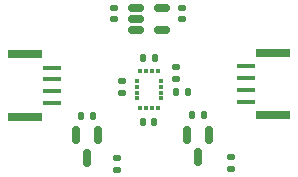
<source format=gbr>
%TF.GenerationSoftware,KiCad,Pcbnew,7.0.8-7.0.8~ubuntu22.04.1*%
%TF.CreationDate,2023-11-20T16:19:22-08:00*%
%TF.ProjectId,uv_abc_sensor,75765f61-6263-45f7-9365-6e736f722e6b,rev?*%
%TF.SameCoordinates,Original*%
%TF.FileFunction,Paste,Top*%
%TF.FilePolarity,Positive*%
%FSLAX46Y46*%
G04 Gerber Fmt 4.6, Leading zero omitted, Abs format (unit mm)*
G04 Created by KiCad (PCBNEW 7.0.8-7.0.8~ubuntu22.04.1) date 2023-11-20 16:19:22*
%MOMM*%
%LPD*%
G01*
G04 APERTURE LIST*
G04 Aperture macros list*
%AMRoundRect*
0 Rectangle with rounded corners*
0 $1 Rounding radius*
0 $2 $3 $4 $5 $6 $7 $8 $9 X,Y pos of 4 corners*
0 Add a 4 corners polygon primitive as box body*
4,1,4,$2,$3,$4,$5,$6,$7,$8,$9,$2,$3,0*
0 Add four circle primitives for the rounded corners*
1,1,$1+$1,$2,$3*
1,1,$1+$1,$4,$5*
1,1,$1+$1,$6,$7*
1,1,$1+$1,$8,$9*
0 Add four rect primitives between the rounded corners*
20,1,$1+$1,$2,$3,$4,$5,0*
20,1,$1+$1,$4,$5,$6,$7,0*
20,1,$1+$1,$6,$7,$8,$9,0*
20,1,$1+$1,$8,$9,$2,$3,0*%
G04 Aperture macros list end*
%ADD10RoundRect,0.135000X0.185000X-0.135000X0.185000X0.135000X-0.185000X0.135000X-0.185000X-0.135000X0*%
%ADD11R,3.000000X0.800000*%
%ADD12R,1.600000X0.400000*%
%ADD13RoundRect,0.140000X-0.170000X0.140000X-0.170000X-0.140000X0.170000X-0.140000X0.170000X0.140000X0*%
%ADD14R,0.300000X0.300000*%
%ADD15RoundRect,0.135000X0.135000X0.185000X-0.135000X0.185000X-0.135000X-0.185000X0.135000X-0.185000X0*%
%ADD16RoundRect,0.135000X-0.185000X0.135000X-0.185000X-0.135000X0.185000X-0.135000X0.185000X0.135000X0*%
%ADD17RoundRect,0.150000X-0.512500X-0.150000X0.512500X-0.150000X0.512500X0.150000X-0.512500X0.150000X0*%
%ADD18RoundRect,0.140000X0.140000X0.170000X-0.140000X0.170000X-0.140000X-0.170000X0.140000X-0.170000X0*%
%ADD19RoundRect,0.135000X-0.135000X-0.185000X0.135000X-0.185000X0.135000X0.185000X-0.135000X0.185000X0*%
%ADD20RoundRect,0.150000X-0.150000X0.587500X-0.150000X-0.587500X0.150000X-0.587500X0.150000X0.587500X0*%
G04 APERTURE END LIST*
D10*
%TO.C,R2*%
X60833000Y-66831400D03*
X60833000Y-65811400D03*
%TD*%
D11*
%TO.C,J2*%
X74041000Y-56930000D03*
X74041000Y-62230000D03*
D12*
X71716000Y-61080000D03*
X71716000Y-60080000D03*
X71716000Y-59080000D03*
X71716000Y-58080000D03*
%TD*%
D13*
%TO.C,C4*%
X66319400Y-53139400D03*
X66319400Y-54099400D03*
%TD*%
D14*
%TO.C,U1*%
X62750000Y-58485800D03*
X63250000Y-58485800D03*
X63750000Y-58485800D03*
X64250000Y-58485800D03*
X64550000Y-59310800D03*
X64550000Y-59810800D03*
X64550000Y-60310800D03*
X64550000Y-60810800D03*
X64250000Y-61635800D03*
X63750000Y-61635800D03*
X63250000Y-61635800D03*
X62750000Y-61635800D03*
X62450000Y-60810800D03*
X62450000Y-60310800D03*
X62450000Y-59810800D03*
X62450000Y-59310800D03*
%TD*%
D15*
%TO.C,R4*%
X58775600Y-62255400D03*
X57755600Y-62255400D03*
%TD*%
D10*
%TO.C,R7*%
X61175000Y-60325000D03*
X61175000Y-59305000D03*
%TD*%
D11*
%TO.C,J1*%
X52987000Y-62340000D03*
X52987000Y-57040000D03*
D12*
X55312000Y-58190000D03*
X55312000Y-59190000D03*
X55312000Y-60190000D03*
X55312000Y-61190000D03*
%TD*%
D13*
%TO.C,C3*%
X60579000Y-53114000D03*
X60579000Y-54074000D03*
%TD*%
D16*
%TO.C,R1*%
X65775000Y-58105000D03*
X65775000Y-59125000D03*
%TD*%
D10*
%TO.C,R3*%
X70408800Y-66806000D03*
X70408800Y-65786000D03*
%TD*%
D17*
%TO.C,U2*%
X62362500Y-53136000D03*
X62362500Y-54086000D03*
X62362500Y-55036000D03*
X64637500Y-55036000D03*
X64637500Y-53136000D03*
%TD*%
D18*
%TO.C,C2*%
X63925000Y-62775000D03*
X62965000Y-62775000D03*
%TD*%
D19*
%TO.C,R6*%
X65750000Y-60300000D03*
X66770000Y-60300000D03*
%TD*%
D20*
%TO.C,Q1*%
X68590200Y-63889600D03*
X66690200Y-63889600D03*
X67640200Y-65764600D03*
%TD*%
%TO.C,Q2*%
X59213600Y-63936400D03*
X57313600Y-63936400D03*
X58263600Y-65811400D03*
%TD*%
D18*
%TO.C,C1*%
X63980000Y-57400000D03*
X63020000Y-57400000D03*
%TD*%
D15*
%TO.C,R5*%
X68152200Y-62208600D03*
X67132200Y-62208600D03*
%TD*%
M02*

</source>
